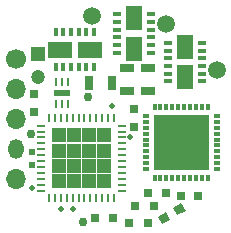
<source format=gbr>
G04 #@! TF.FileFunction,Soldermask,Top*
%FSLAX46Y46*%
G04 Gerber Fmt 4.6, Leading zero omitted, Abs format (unit mm)*
G04 Created by KiCad (PCBNEW 4.0.6) date Sat Feb 10 04:57:08 2018*
%MOMM*%
%LPD*%
G01*
G04 APERTURE LIST*
%ADD10C,0.100000*%
%ADD11R,0.500000X0.600000*%
%ADD12C,1.700000*%
%ADD13O,1.700000X1.700000*%
%ADD14O,1.300000X1.700000*%
%ADD15R,0.750000X0.800000*%
%ADD16R,0.800000X0.750000*%
%ADD17R,0.800000X0.800000*%
%ADD18R,0.250000X0.700000*%
%ADD19R,0.710000X0.610000*%
%ADD20R,0.300000X0.500000*%
%ADD21R,0.500000X0.300000*%
%ADD22R,1.150000X1.150000*%
%ADD23R,0.700000X0.250000*%
%ADD24R,1.287500X1.287500*%
%ADD25R,1.200000X1.200000*%
%ADD26C,1.200000*%
%ADD27C,1.500000*%
%ADD28C,0.750000*%
%ADD29C,0.500000*%
%ADD30R,1.440000X2.135000*%
%ADD31R,0.790000X0.420000*%
%ADD32R,2.135000X1.440000*%
%ADD33R,0.420000X0.790000*%
%ADD34R,1.300000X0.700000*%
%ADD35R,0.700000X1.300000*%
G04 APERTURE END LIST*
D10*
D11*
X152400000Y-92845800D03*
X152400000Y-93945800D03*
D12*
X151000000Y-84920000D03*
D13*
X151000000Y-87460000D03*
X151000000Y-90000000D03*
D14*
X151000000Y-92540000D03*
D13*
X151000000Y-95080000D03*
D15*
X161036000Y-90678000D03*
X161036000Y-89178000D03*
D16*
X164985000Y-96520000D03*
X166485000Y-96520000D03*
X162203000Y-96266000D03*
X163703000Y-96266000D03*
D15*
X152527000Y-89396000D03*
X152527000Y-87896000D03*
D16*
X159246000Y-98425000D03*
X157746000Y-98425000D03*
D17*
X161100000Y-97400000D03*
X162700000Y-97400000D03*
X162179000Y-98806000D03*
X160579000Y-98806000D03*
D18*
X154440000Y-88718000D03*
X154940000Y-88718000D03*
X155440000Y-88718000D03*
X155440000Y-86868000D03*
X154940000Y-86868000D03*
X154440000Y-86868000D03*
D19*
X155295000Y-87793000D03*
X154585000Y-87793000D03*
D20*
X162771000Y-95015000D03*
X163271000Y-95015000D03*
X163771000Y-95015000D03*
X164271000Y-95015000D03*
X164771000Y-95015000D03*
X165271000Y-95015000D03*
X165771000Y-95015000D03*
X166271000Y-95015000D03*
X166771000Y-95015000D03*
X167271000Y-95015000D03*
D21*
X168021000Y-94265000D03*
X168021000Y-93765000D03*
X168021000Y-93265000D03*
X168021000Y-92765000D03*
X168021000Y-92265000D03*
X168021000Y-91765000D03*
X168021000Y-91265000D03*
X168021000Y-90765000D03*
X168021000Y-90265000D03*
X168021000Y-89765000D03*
D20*
X167271000Y-89015000D03*
X166771000Y-89015000D03*
X166271000Y-89015000D03*
X165771000Y-89015000D03*
X165271000Y-89015000D03*
X164771000Y-89015000D03*
X164271000Y-89015000D03*
X163771000Y-89015000D03*
X163271000Y-89015000D03*
X162771000Y-89015000D03*
D21*
X162021000Y-89765000D03*
X162021000Y-90265000D03*
X162021000Y-90765000D03*
X162021000Y-91265000D03*
X162021000Y-91765000D03*
X162021000Y-92265000D03*
X162021000Y-92765000D03*
X162021000Y-93265000D03*
X162021000Y-93765000D03*
X162021000Y-94265000D03*
D22*
X166746000Y-90290000D03*
X165596000Y-90290000D03*
X164446000Y-90290000D03*
X163296000Y-90290000D03*
X166746000Y-91440000D03*
X165596000Y-91440000D03*
X164446000Y-91440000D03*
X163296000Y-91440000D03*
X166746000Y-92590000D03*
X165596000Y-92590000D03*
X164446000Y-92590000D03*
X163296000Y-92590000D03*
X166746000Y-93740000D03*
X165596000Y-93740000D03*
X164446000Y-93740000D03*
X163296000Y-93740000D03*
D23*
X153182250Y-90586250D03*
X153182250Y-91086250D03*
X153182250Y-91586250D03*
X153182250Y-92086250D03*
X153182250Y-92586250D03*
X153182250Y-93086250D03*
X153182250Y-93586250D03*
X153182250Y-94086250D03*
X153182250Y-94586250D03*
X153182250Y-95086250D03*
X153182250Y-95586250D03*
X153182250Y-96086250D03*
D18*
X153832250Y-96736250D03*
X154332250Y-96736250D03*
X154832250Y-96736250D03*
X155332250Y-96736250D03*
X155832250Y-96736250D03*
X156332250Y-96736250D03*
X156832250Y-96736250D03*
X157332250Y-96736250D03*
X157832250Y-96736250D03*
X158332250Y-96736250D03*
X158832250Y-96736250D03*
X159332250Y-96736250D03*
D23*
X159982250Y-96086250D03*
X159982250Y-95586250D03*
X159982250Y-95086250D03*
X159982250Y-94586250D03*
X159982250Y-94086250D03*
X159982250Y-93586250D03*
X159982250Y-93086250D03*
X159982250Y-92586250D03*
X159982250Y-92086250D03*
X159982250Y-91586250D03*
X159982250Y-91086250D03*
X159982250Y-90586250D03*
D18*
X159332250Y-89936250D03*
X158832250Y-89936250D03*
X158332250Y-89936250D03*
X157832250Y-89936250D03*
X157332250Y-89936250D03*
X156832250Y-89936250D03*
X156332250Y-89936250D03*
X155832250Y-89936250D03*
X155332250Y-89936250D03*
X154832250Y-89936250D03*
X154332250Y-89936250D03*
X153832250Y-89936250D03*
D24*
X158513500Y-95267500D03*
X158513500Y-93980000D03*
X158513500Y-92692500D03*
X158513500Y-91405000D03*
X157226000Y-95267500D03*
X157226000Y-93980000D03*
X157226000Y-92692500D03*
X157226000Y-91405000D03*
X155938500Y-95267500D03*
X155938500Y-93980000D03*
X155938500Y-92692500D03*
X155938500Y-91405000D03*
X154651000Y-95267500D03*
X154651000Y-93980000D03*
X154651000Y-92692500D03*
X154651000Y-91405000D03*
D25*
X152908000Y-84500000D03*
D26*
X152908000Y-86500000D03*
D27*
X168021000Y-85852000D03*
X163750000Y-82000000D03*
X157480000Y-81280000D03*
D28*
X157124400Y-88188800D03*
D29*
X159131000Y-88900000D03*
X160655000Y-91567000D03*
X152400000Y-95885000D03*
X155829000Y-97663000D03*
X154813000Y-97663000D03*
D28*
X152273000Y-91254001D03*
D30*
X165354000Y-86499500D03*
X165354000Y-83934500D03*
D31*
X166809000Y-85542000D03*
X166809000Y-84892000D03*
X166809000Y-86192000D03*
X163899000Y-86842000D03*
X166809000Y-86842000D03*
X163899000Y-86192000D03*
X163899000Y-85542000D03*
X163899000Y-84892000D03*
X166809000Y-84242000D03*
X163899000Y-83592000D03*
X163899000Y-84242000D03*
X166809000Y-83592000D03*
D30*
X161036000Y-84074000D03*
X161036000Y-81509000D03*
D31*
X162491000Y-83116500D03*
X162491000Y-82466500D03*
X162491000Y-83766500D03*
X159581000Y-84416500D03*
X162491000Y-84416500D03*
X159581000Y-83766500D03*
X159581000Y-83116500D03*
X159581000Y-82466500D03*
X162491000Y-81816500D03*
X159581000Y-81166500D03*
X159581000Y-81816500D03*
X162491000Y-81166500D03*
D32*
X157294500Y-84143000D03*
X154729500Y-84143000D03*
D33*
X156337000Y-82688000D03*
X155687000Y-82688000D03*
X156987000Y-82688000D03*
X157637000Y-85598000D03*
X157637000Y-82688000D03*
X156987000Y-85598000D03*
X156337000Y-85598000D03*
X155687000Y-85598000D03*
X155037000Y-82688000D03*
X154387000Y-85598000D03*
X155037000Y-85598000D03*
X154387000Y-82688000D03*
D34*
X160401000Y-85730000D03*
X160401000Y-87630000D03*
X162179000Y-85730000D03*
X162179000Y-87630000D03*
D35*
X159126000Y-87000000D03*
X157226000Y-87000000D03*
D10*
G36*
X165019429Y-97144240D02*
X165394429Y-97793760D01*
X164701609Y-98193760D01*
X164326609Y-97544240D01*
X165019429Y-97144240D01*
X165019429Y-97144240D01*
G37*
G36*
X163720391Y-97894240D02*
X164095391Y-98543760D01*
X163402571Y-98943760D01*
X163027571Y-98294240D01*
X163720391Y-97894240D01*
X163720391Y-97894240D01*
G37*
D28*
X156718000Y-98704400D03*
M02*

</source>
